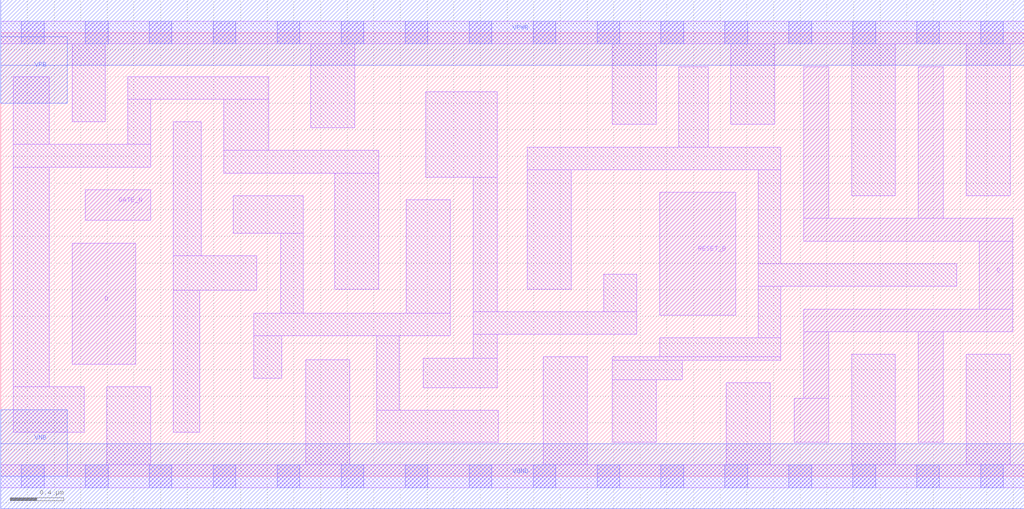
<source format=lef>
# Copyright 2020 The SkyWater PDK Authors
#
# Licensed under the Apache License, Version 2.0 (the "License");
# you may not use this file except in compliance with the License.
# You may obtain a copy of the License at
#
#     https://www.apache.org/licenses/LICENSE-2.0
#
# Unless required by applicable law or agreed to in writing, software
# distributed under the License is distributed on an "AS IS" BASIS,
# WITHOUT WARRANTIES OR CONDITIONS OF ANY KIND, either express or implied.
# See the License for the specific language governing permissions and
# limitations under the License.
#
# SPDX-License-Identifier: Apache-2.0

VERSION 5.5 ;
NAMESCASESENSITIVE ON ;
BUSBITCHARS "[]" ;
DIVIDERCHAR "/" ;
MACRO sky130_fd_sc_lp__dlrtn_4
  CLASS CORE ;
  SOURCE USER ;
  ORIGIN  0.000000  0.000000 ;
  SIZE  7.680000 BY  3.330000 ;
  SYMMETRY X Y R90 ;
  SITE unit ;
  PIN D
    ANTENNAGATEAREA  0.159000 ;
    DIRECTION INPUT ;
    USE SIGNAL ;
    PORT
      LAYER li1 ;
        RECT 0.535000 0.840000 1.015000 1.750000 ;
    END
  END D
  PIN Q
    ANTENNADIFFAREA  1.188600 ;
    DIRECTION OUTPUT ;
    USE SIGNAL ;
    PORT
      LAYER li1 ;
        RECT 5.955000 0.255000 6.215000 0.585000 ;
        RECT 6.025000 0.585000 6.215000 1.085000 ;
        RECT 6.025000 1.085000 7.595000 1.255000 ;
        RECT 6.025000 1.765000 7.595000 1.935000 ;
        RECT 6.025000 1.935000 6.215000 3.075000 ;
        RECT 6.885000 0.255000 7.075000 1.085000 ;
        RECT 6.885000 1.935000 7.075000 3.075000 ;
        RECT 7.345000 1.255000 7.595000 1.765000 ;
    END
  END Q
  PIN RESET_B
    ANTENNAGATEAREA  0.315000 ;
    DIRECTION INPUT ;
    USE SIGNAL ;
    PORT
      LAYER li1 ;
        RECT 4.945000 1.210000 5.515000 2.130000 ;
    END
  END RESET_B
  PIN GATE_N
    ANTENNAGATEAREA  0.159000 ;
    DIRECTION INPUT ;
    USE CLOCK ;
    PORT
      LAYER li1 ;
        RECT 0.635000 1.920000 1.125000 2.150000 ;
    END
  END GATE_N
  PIN VGND
    DIRECTION INOUT ;
    USE GROUND ;
    PORT
      LAYER met1 ;
        RECT 0.000000 -0.245000 7.680000 0.245000 ;
    END
  END VGND
  PIN VNB
    DIRECTION INOUT ;
    USE GROUND ;
    PORT
      LAYER met1 ;
        RECT 0.000000 0.000000 0.500000 0.500000 ;
    END
  END VNB
  PIN VPB
    DIRECTION INOUT ;
    USE POWER ;
    PORT
      LAYER met1 ;
        RECT 0.000000 2.800000 0.500000 3.300000 ;
    END
  END VPB
  PIN VPWR
    DIRECTION INOUT ;
    USE POWER ;
    PORT
      LAYER met1 ;
        RECT 0.000000 3.085000 7.680000 3.575000 ;
    END
  END VPWR
  OBS
    LAYER li1 ;
      RECT 0.000000 -0.085000 7.680000 0.085000 ;
      RECT 0.000000  3.245000 7.680000 3.415000 ;
      RECT 0.095000  0.330000 0.625000 0.670000 ;
      RECT 0.095000  0.670000 0.365000 2.320000 ;
      RECT 0.095000  2.320000 1.125000 2.490000 ;
      RECT 0.095000  2.490000 0.365000 3.000000 ;
      RECT 0.535000  2.660000 0.785000 3.245000 ;
      RECT 0.795000  0.085000 1.125000 0.670000 ;
      RECT 0.955000  2.490000 1.125000 2.830000 ;
      RECT 0.955000  2.830000 2.010000 3.000000 ;
      RECT 1.295000  0.330000 1.495000 1.395000 ;
      RECT 1.295000  1.395000 1.920000 1.655000 ;
      RECT 1.295000  1.655000 1.505000 2.660000 ;
      RECT 1.675000  2.275000 2.835000 2.445000 ;
      RECT 1.675000  2.445000 2.010000 2.830000 ;
      RECT 1.745000  1.825000 2.270000 2.105000 ;
      RECT 1.900000  0.735000 2.110000 1.055000 ;
      RECT 1.900000  1.055000 3.375000 1.225000 ;
      RECT 2.100000  1.225000 2.270000 1.825000 ;
      RECT 2.290000  0.085000 2.620000 0.875000 ;
      RECT 2.325000  2.615000 2.655000 3.245000 ;
      RECT 2.505000  1.405000 2.835000 2.275000 ;
      RECT 2.820000  0.255000 3.735000 0.495000 ;
      RECT 2.820000  0.495000 2.990000 1.055000 ;
      RECT 3.045000  1.225000 3.375000 2.075000 ;
      RECT 3.170000  0.665000 3.725000 0.885000 ;
      RECT 3.190000  2.245000 3.725000 2.885000 ;
      RECT 3.545000  0.885000 3.725000 1.065000 ;
      RECT 3.545000  1.065000 4.775000 1.235000 ;
      RECT 3.545000  1.235000 3.725000 2.245000 ;
      RECT 3.950000  1.405000 4.280000 2.300000 ;
      RECT 3.950000  2.300000 5.855000 2.470000 ;
      RECT 4.070000  0.085000 4.400000 0.895000 ;
      RECT 4.525000  1.235000 4.775000 1.515000 ;
      RECT 4.590000  0.255000 4.920000 0.725000 ;
      RECT 4.590000  0.725000 5.115000 0.870000 ;
      RECT 4.590000  0.870000 5.855000 0.895000 ;
      RECT 4.590000  2.640000 4.920000 3.245000 ;
      RECT 4.945000  0.895000 5.855000 1.040000 ;
      RECT 5.090000  2.470000 5.310000 3.075000 ;
      RECT 5.445000  0.085000 5.775000 0.700000 ;
      RECT 5.480000  2.640000 5.810000 3.245000 ;
      RECT 5.685000  1.040000 5.855000 1.425000 ;
      RECT 5.685000  1.425000 7.175000 1.595000 ;
      RECT 5.685000  1.595000 5.855000 2.300000 ;
      RECT 6.385000  0.085000 6.715000 0.915000 ;
      RECT 6.385000  2.105000 6.715000 3.245000 ;
      RECT 7.245000  0.085000 7.575000 0.915000 ;
      RECT 7.245000  2.105000 7.575000 3.245000 ;
    LAYER mcon ;
      RECT 0.155000 -0.085000 0.325000 0.085000 ;
      RECT 0.155000  3.245000 0.325000 3.415000 ;
      RECT 0.635000 -0.085000 0.805000 0.085000 ;
      RECT 0.635000  3.245000 0.805000 3.415000 ;
      RECT 1.115000 -0.085000 1.285000 0.085000 ;
      RECT 1.115000  3.245000 1.285000 3.415000 ;
      RECT 1.595000 -0.085000 1.765000 0.085000 ;
      RECT 1.595000  3.245000 1.765000 3.415000 ;
      RECT 2.075000 -0.085000 2.245000 0.085000 ;
      RECT 2.075000  3.245000 2.245000 3.415000 ;
      RECT 2.555000 -0.085000 2.725000 0.085000 ;
      RECT 2.555000  3.245000 2.725000 3.415000 ;
      RECT 3.035000 -0.085000 3.205000 0.085000 ;
      RECT 3.035000  3.245000 3.205000 3.415000 ;
      RECT 3.515000 -0.085000 3.685000 0.085000 ;
      RECT 3.515000  3.245000 3.685000 3.415000 ;
      RECT 3.995000 -0.085000 4.165000 0.085000 ;
      RECT 3.995000  3.245000 4.165000 3.415000 ;
      RECT 4.475000 -0.085000 4.645000 0.085000 ;
      RECT 4.475000  3.245000 4.645000 3.415000 ;
      RECT 4.955000 -0.085000 5.125000 0.085000 ;
      RECT 4.955000  3.245000 5.125000 3.415000 ;
      RECT 5.435000 -0.085000 5.605000 0.085000 ;
      RECT 5.435000  3.245000 5.605000 3.415000 ;
      RECT 5.915000 -0.085000 6.085000 0.085000 ;
      RECT 5.915000  3.245000 6.085000 3.415000 ;
      RECT 6.395000 -0.085000 6.565000 0.085000 ;
      RECT 6.395000  3.245000 6.565000 3.415000 ;
      RECT 6.875000 -0.085000 7.045000 0.085000 ;
      RECT 6.875000  3.245000 7.045000 3.415000 ;
      RECT 7.355000 -0.085000 7.525000 0.085000 ;
      RECT 7.355000  3.245000 7.525000 3.415000 ;
  END
END sky130_fd_sc_lp__dlrtn_4

</source>
